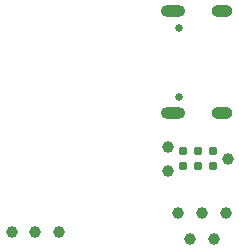
<source format=gbs>
G04 #@! TF.GenerationSoftware,KiCad,Pcbnew,8.0.1*
G04 #@! TF.CreationDate,2024-05-08T20:32:47+02:00*
G04 #@! TF.ProjectId,TGL_Board,54474c5f-426f-4617-9264-2e6b69636164,rev?*
G04 #@! TF.SameCoordinates,Original*
G04 #@! TF.FileFunction,Soldermask,Bot*
G04 #@! TF.FilePolarity,Negative*
%FSLAX46Y46*%
G04 Gerber Fmt 4.6, Leading zero omitted, Abs format (unit mm)*
G04 Created by KiCad (PCBNEW 8.0.1) date 2024-05-08 20:32:47*
%MOMM*%
%LPD*%
G01*
G04 APERTURE LIST*
%ADD10C,0.650000*%
%ADD11O,2.100000X1.000000*%
%ADD12O,1.800000X1.000000*%
%ADD13C,1.000000*%
%ADD14C,0.990600*%
%ADD15C,0.787400*%
G04 APERTURE END LIST*
D10*
X172282000Y-28800000D03*
X172282000Y-23020000D03*
D11*
X171782000Y-30230000D03*
D12*
X175962000Y-30230000D03*
D11*
X171782000Y-21590000D03*
D12*
X175962000Y-21590000D03*
D13*
X173240700Y-40868600D03*
D14*
X176453800Y-34086800D03*
X171373800Y-35102800D03*
X171373800Y-33070800D03*
D15*
X175183800Y-34721800D03*
X175183800Y-33451800D03*
X173913800Y-34721800D03*
X173913800Y-33451800D03*
X172643800Y-34721800D03*
X172643800Y-33451800D03*
D13*
X176326800Y-38658800D03*
X175298100Y-40868600D03*
X158140400Y-40284400D03*
X172212000Y-38658800D03*
X174269400Y-38658800D03*
X160159700Y-40284400D03*
X162179000Y-40284400D03*
M02*

</source>
